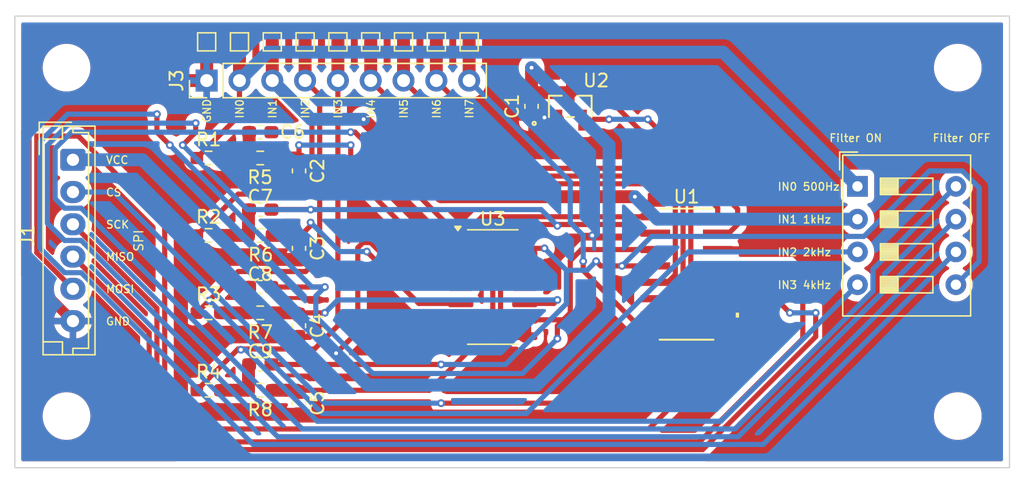
<source format=kicad_pcb>
(kicad_pcb (version 20240108) (generator "pcbnew") (generator_version "8.0")
  (layers (0 "F.Cu" signal) (31 "B.Cu" signal) (34 "B.Paste" user) (35 "F.Paste" user) (36 "B.SilkS" user "B.Silkscreen") (37 "F.SilkS" user "F.Silkscreen") (38 "B.Mask" user) (39 "F.Mask" user) (44 "Edge.Cuts" user))
  (net 0 "")
  (net 1 "GND")
  (net 2 "Net-(U1-Vdd)")
  (net 3 "Net-(U3A-+)")
  (net 4 "Net-(U3B-+)")
  (net 5 "Net-(U3C-+)")
  (net 6 "Net-(U3D-+)")
  (net 7 "Net-(C6-Pad1)")
  (net 8 "Net-(U1-CH0)")
  (net 9 "Net-(C7-Pad1)")
  (net 10 "Net-(U1-CH1)")
  (net 11 "Net-(U1-CH2)")
  (net 12 "Net-(C8-Pad1)")
  (net 13 "Net-(C9-Pad1)")
  (net 14 "Net-(U1-CH3)")
  (net 15 "Net-(U1-Din)")
  (net 16 "Net-(U1-CLK)")
  (net 17 "Net-(U1-Dout)")
  (net 18 "Net-(U1-~{CS}{slash}SHDN)")
  (net 19 "Net-(J3-Pin_3)")
  (net 20 "Net-(J3-Pin_7)")
  (net 21 "Net-(J3-Pin_8)")
  (net 22 "Net-(J3-Pin_4)")
  (net 23 "Net-(J3-Pin_2)")
  (net 24 "Net-(J3-Pin_5)")
  (net 25 "Net-(J3-Pin_9)")
  (net 26 "Net-(J3-Pin_6)")
  (net 27 "Net-(U1-Vref)")
  (footprint "Capacitor_SMD:C_0603_1608Metric_Pad1.08x0.95mm_HandSolder" (layer "F.Cu") (at 70 91 -90)
    (property "Reference" "C2" (at 0 -1.43 90) (layer "F.SilkS"))
    (property "Value" "10nF")
    (pad "1" smd roundrect (at -0.8625 0 270) (size 1.075 0.95) (layers "F.Cu" "F.Paste" "F.Mask") (net 3 "Net-(U3A-+)"))
    (pad "2" smd roundrect (at 0.8625 0 270) (size 1.075 0.95) (layers "F.Cu" "F.Paste" "F.Mask") (net 1 "GND"))
  )
  (footprint "TestPoint:TestPoint_Pad_1.0x1.0mm" (layer "F.Cu") (at 67.93 81)
    (property "Reference" "TP7" (hide yes))
    (property "Value" "TestPoint")
    (pad "1" smd rect (at 0 0) (size 1 1) (layers "F.Cu" "F.Mask") (net 19 "Net-(J3-Pin_3)"))
  )
  (footprint "TestPoint:TestPoint_Pad_1.0x1.0mm" (layer "F.Cu") (at 78.09 81)
    (property "Reference" "TP3" (hide yes))
    (property "Value" "TestPoint")
    (pad "1" smd rect (at 0 0) (size 1 1) (layers "F.Cu" "F.Mask") (net 20 "Net-(J3-Pin_7)"))
  )
  (footprint "Resistor_SMD:R_0603_1608Metric_Pad0.98x0.95mm_HandSolder" (layer "F.Cu") (at 63 90)
    (property "Reference" "R1" (at 0 -1.43 0) (layer "F.SilkS"))
    (property "Value" "33kR")
    (pad "1" smd roundrect (at -0.9125 0) (size 0.975 0.95) (layers "F.Cu" "F.Paste" "F.Mask") (net 23 "Net-(J3-Pin_2)"))
    (pad "2" smd roundrect (at 0.9125 0) (size 0.975 0.95) (layers "F.Cu" "F.Paste" "F.Mask") (net 7 "Net-(C6-Pad1)"))
  )
  (footprint "Package_SO:SOIC-14_3.9x8.7mm_P1.27mm" (layer "F.Cu") (at 85 100)
    (property "Reference" "U3" (at 0 -5.28 0) (layer "F.SilkS"))
    (property "Value" "LM324")
    (pad "1" smd roundrect (at -2.475 -3.81) (size 1.95 0.6) (layers "F.Cu" "F.Paste" "F.Mask") (net 8 "Net-(U1-CH0)"))
    (pad "2" smd roundrect (at -2.475 -2.54) (size 1.95 0.6) (layers "F.Cu" "F.Paste" "F.Mask") (net 8 "Net-(U1-CH0)"))
    (pad "3" smd roundrect (at -2.475 -1.27) (size 1.95 0.6) (layers "F.Cu" "F.Paste" "F.Mask") (net 3 "Net-(U3A-+)"))
    (pad "4" smd roundrect (at -2.475 0) (size 1.95 0.6) (layers "F.Cu" "F.Paste" "F.Mask") (net 2 "Net-(U1-Vdd)"))
    (pad "5" smd roundrect (at -2.475 1.27) (size 1.95 0.6) (layers "F.Cu" "F.Paste" "F.Mask") (net 4 "Net-(U3B-+)"))
    (pad "6" smd roundrect (at -2.475 2.54) (size 1.95 0.6) (layers "F.Cu" "F.Paste" "F.Mask") (net 10 "Net-(U1-CH1)"))
    (pad "7" smd roundrect (at -2.475 3.81) (size 1.95 0.6) (layers "F.Cu" "F.Paste" "F.Mask") (net 10 "Net-(U1-CH1)"))
    (pad "8" smd roundrect (at 2.475 3.81) (size 1.95 0.6) (layers "F.Cu" "F.Paste" "F.Mask") (net 11 "Net-(U1-CH2)"))
    (pad "9" smd roundrect (at 2.475 2.54) (size 1.95 0.6) (layers "F.Cu" "F.Paste" "F.Mask") (net 11 "Net-(U1-CH2)"))
    (pad "10" smd roundrect (at 2.475 1.27) (size 1.95 0.6) (layers "F.Cu" "F.Paste" "F.Mask") (net 5 "Net-(U3C-+)"))
    (pad "11" smd roundrect (at 2.475 0) (size 1.95 0.6) (layers "F.Cu" "F.Paste" "F.Mask") (net 1 "GND"))
    (pad "12" smd roundrect (at 2.475 -1.27) (size 1.95 0.6) (layers "F.Cu" "F.Paste" "F.Mask") (net 6 "Net-(U3D-+)"))
    (pad "13" smd roundrect (at 2.475 -2.54) (size 1.95 0.6) (layers "F.Cu" "F.Paste" "F.Mask") (net 14 "Net-(U1-CH3)"))
    (pad "14" smd roundrect (at 2.475 -3.81) (size 1.95 0.6) (layers "F.Cu" "F.Paste" "F.Mask") (net 14 "Net-(U1-CH3)"))
  )
  (footprint "Capacitor_SMD:C_0603_1608Metric_Pad1.08x0.95mm_HandSolder" (layer "F.Cu") (at 88 86 -90)
    (property "Reference" "C1" (at 0 1.5 90) (layer "F.SilkS"))
    (property "Value" "0.1µF")
    (pad "1" smd roundrect (at -0.8625 0 270) (size 1.075 0.95) (layers "F.Cu" "F.Paste" "F.Mask") (net 2 "Net-(U1-Vdd)"))
    (pad "2" smd roundrect (at 0.8625 0 270) (size 1.075 0.95) (layers "F.Cu" "F.Paste" "F.Mask") (net 1 "GND"))
  )
  (footprint "Capacitor_SMD:C_0603_1608Metric_Pad1.08x0.95mm_HandSolder" (layer "F.Cu") (at 67 100)
    (property "Reference" "C8" (at 0 -1 0) (layer "F.SilkS"))
    (property "Value" "10nF")
    (pad "1" smd roundrect (at -0.8625 0) (size 1.075 0.95) (layers "F.Cu" "F.Paste" "F.Mask") (net 12 "Net-(C8-Pad1)"))
    (pad "2" smd roundrect (at 0.8625 0) (size 1.075 0.95) (layers "F.Cu" "F.Paste" "F.Mask") (net 11 "Net-(U1-CH2)"))
  )
  (footprint "Resistor_SMD:R_0603_1608Metric_Pad0.98x0.95mm_HandSolder" (layer "F.Cu") (at 67 108)
    (property "Reference" "R8" (at 0 1.5 0) (layer "F.SilkS"))
    (property "Value" "3.9kR")
    (pad "1" smd roundrect (at -0.9125 0) (size 0.975 0.95) (layers "F.Cu" "F.Paste" "F.Mask") (net 13 "Net-(C9-Pad1)"))
    (pad "2" smd roundrect (at 0.9125 0) (size 0.975 0.95) (layers "F.Cu" "F.Paste" "F.Mask") (net 6 "Net-(U3D-+)"))
  )
  (footprint "Capacitor_SMD:C_0603_1608Metric_Pad1.08x0.95mm_HandSolder" (layer "F.Cu") (at 67 94)
    (property "Reference" "C7" (at 0 -1 0) (layer "F.SilkS"))
    (property "Value" "10nF")
    (pad "1" smd roundrect (at -0.8625 0) (size 1.075 0.95) (layers "F.Cu" "F.Paste" "F.Mask") (net 9 "Net-(C7-Pad1)"))
    (pad "2" smd roundrect (at 0.8625 0) (size 1.075 0.95) (layers "F.Cu" "F.Paste" "F.Mask") (net 10 "Net-(U1-CH1)"))
  )
  (footprint "Button_Switch_THT:SW_DIP_SPSTx04_Slide_9.78x12.34mm_W7.62mm_P2.54mm" (layer "F.Cu") (at 113.2325 92.2)
    (property "Reference" "SW1" (hide yes))
    (property "Value" "SW_DIP_x04")
    (pad "1" thru_hole rect (at 0 0) (size 1.6 1.6) (drill 0.8) (layers "*.Cu" "*.Mask") (net 23 "Net-(J3-Pin_2)"))
    (pad "2" thru_hole oval (at 0 2.54) (size 1.6 1.6) (drill 0.8) (layers "*.Cu" "*.Mask") (net 19 "Net-(J3-Pin_3)"))
    (pad "3" thru_hole oval (at 0 5.08) (size 1.6 1.6) (drill 0.8) (layers "*.Cu" "*.Mask") (net 22 "Net-(J3-Pin_4)"))
    (pad "4" thru_hole oval (at 0 7.62) (size 1.6 1.6) (drill 0.8) (layers "*.Cu" "*.Mask") (net 24 "Net-(J3-Pin_5)"))
    (pad "5" thru_hole oval (at 7.62 7.62) (size 1.6 1.6) (drill 0.8) (layers "*.Cu" "*.Mask") (net 14 "Net-(U1-CH3)"))
    (pad "6" thru_hole oval (at 7.62 5.08) (size 1.6 1.6) (drill 0.8) (layers "*.Cu" "*.Mask") (net 11 "Net-(U1-CH2)"))
    (pad "7" thru_hole oval (at 7.62 2.54) (size 1.6 1.6) (drill 0.8) (layers "*.Cu" "*.Mask") (net 10 "Net-(U1-CH1)"))
    (pad "8" thru_hole oval (at 7.62 0) (size 1.6 1.6) (drill 0.8) (layers "*.Cu" "*.Mask") (net 8 "Net-(U1-CH0)"))
  )
  (footprint "Resistor_SMD:R_0603_1608Metric_Pad0.98x0.95mm_HandSolder" (layer "F.Cu") (at 67 90)
    (property "Reference" "R5" (at -0.020998 1.5 0) (layer "F.SilkS"))
    (property "Value" "33kR")
    (pad "1" smd roundrect (at -0.9125 0) (size 0.975 0.95) (layers "F.Cu" "F.Paste" "F.Mask") (net 7 "Net-(C6-Pad1)"))
    (pad "2" smd roundrect (at 0.9125 0) (size 0.975 0.95) (layers "F.Cu" "F.Paste" "F.Mask") (net 3 "Net-(U3A-+)"))
  )
  (footprint "TestPoint:TestPoint_Pad_1.0x1.0mm" (layer "F.Cu") (at 65.39 81)
    (property "Reference" "TP8" (hide yes))
    (property "Value" "TestPoint")
    (pad "1" smd rect (at 0 0) (size 1 1) (layers "F.Cu" "F.Mask") (net 23 "Net-(J3-Pin_2)"))
  )
  (footprint "MountingHole:MountingHole_3.2mm_M3" (layer "F.Cu") (at 52 110)
    (property "Reference" "H2" (hide yes))
    (property "Value" "MountingHole")
    (pad "" np_thru_hole circle (at 0 0) (size 3.2 3.2) (drill 3.2) (layers "*.Cu" "*.Mask"))
  )
  (footprint "MountingHole:MountingHole_3.2mm_M3" (layer "F.Cu") (at 121 110)
    (property "Reference" "H3" (hide yes))
    (property "Value" "MountingHole")
    (pad "" np_thru_hole circle (at 0 0) (size 3.2 3.2) (drill 3.2) (layers "*.Cu" "*.Mask"))
  )
  (footprint "Resistor_SMD:R_0603_1608Metric_Pad0.98x0.95mm_HandSolder" (layer "F.Cu") (at 67 102)
    (property "Reference" "R7" (at 0 1.5 0) (layer "F.SilkS"))
    (property "Value" "8.2kR")
    (pad "1" smd roundrect (at -0.9125 0) (size 0.975 0.95) (layers "F.Cu" "F.Paste" "F.Mask") (net 12 "Net-(C8-Pad1)"))
    (pad "2" smd roundrect (at 0.9125 0) (size 0.975 0.95) (layers "F.Cu" "F.Paste" "F.Mask") (net 5 "Net-(U3C-+)"))
  )
  (footprint "MountingHole:MountingHole_3.2mm_M3" (layer "F.Cu") (at 52 83)
    (property "Reference" "H1" (hide yes))
    (property "Value" "MountingHole")
    (pad "" np_thru_hole circle (at 0 0) (size 3.2 3.2) (drill 3.2) (layers "*.Cu" "*.Mask"))
  )
  (footprint "Resistor_SMD:R_0603_1608Metric_Pad0.98x0.95mm_HandSolder" (layer "F.Cu") (at 63 108)
    (property "Reference" "R4" (at 0 -1.43 0) (layer "F.SilkS"))
    (property "Value" "3.9kR")
    (pad "1" smd roundrect (at -0.9125 0) (size 0.975 0.95) (layers "F.Cu" "F.Paste" "F.Mask") (net 24 "Net-(J3-Pin_5)"))
    (pad "2" smd roundrect (at 0.9125 0) (size 0.975 0.95) (layers "F.Cu" "F.Paste" "F.Mask") (net 13 "Net-(C9-Pad1)"))
  )
  (footprint "Capacitor_SMD:C_0603_1608Metric_Pad1.08x0.95mm_HandSolder" (layer "F.Cu") (at 70 103 -90)
    (property "Reference" "C4" (at 0 -1.43 90) (layer "F.SilkS"))
    (property "Value" "10nF")
    (pad "1" smd roundrect (at -0.8625 0 270) (size 1.075 0.95) (layers "F.Cu" "F.Paste" "F.Mask") (net 5 "Net-(U3C-+)"))
    (pad "2" smd roundrect (at 0.8625 0 270) (size 1.075 0.95) (layers "F.Cu" "F.Paste" "F.Mask") (net 1 "GND"))
  )
  (footprint "TestPoint:TestPoint_Pad_1.0x1.0mm" (layer "F.Cu") (at 62.85 81)
    (property "Reference" "TP9" (hide yes))
    (property "Value" "TestPoint")
    (pad "1" smd rect (at 0 0) (size 1 1) (layers "F.Cu" "F.Mask") (net 1 "GND"))
  )
  (footprint "TestPoint:TestPoint_Pad_1.0x1.0mm" (layer "F.Cu") (at 75.55 81)
    (property "Reference" "TP4" (hide yes))
    (property "Value" "TestPoint")
    (pad "1" smd rect (at 0 0) (size 1 1) (layers "F.Cu" "F.Mask") (net 26 "Net-(J3-Pin_6)"))
  )
  (footprint "TestPoint:TestPoint_Pad_1.0x1.0mm" (layer "F.Cu") (at 73.01 81)
    (property "Reference" "TP5" (hide yes))
    (property "Value" "TestPoint")
    (pad "1" smd rect (at 0 0) (size 1 1) (layers "F.Cu" "F.Mask") (net 24 "Net-(J3-Pin_5)"))
  )
  (footprint "TestPoint:TestPoint_Pad_1.0x1.0mm" (layer "F.Cu") (at 80.63 81)
    (property "Reference" "TP2" (hide yes))
    (property "Value" "TestPoint")
    (pad "1" smd rect (at 0 0) (size 1 1) (layers "F.Cu" "F.Mask") (net 21 "Net-(J3-Pin_8)"))
  )
  (footprint "Connector_JST:JST_EH_B6B-EH-A_1x06_P2.50mm_Vertical" (layer "F.Cu") (at 52.496716 90.138672 -90)
    (property "Reference" "J1" (at 5.861328 3.496716 90) (layer "F.SilkS"))
    (property "Value" "B6B-EH-A")
    (pad "1" thru_hole roundrect (at 0 0 270) (size 1.7 1.95) (drill 0.95) (layers "*.Cu" "*.Mask") (roundrect_rratio 0.147059) (net 2 "Net-(U1-Vdd)"))
    (pad "2" thru_hole oval (at 2.5 0 270) (size 1.7 1.95) (drill 0.95) (layers "*.Cu" "*.Mask") (net 18 "Net-(U1-~{CS}{slash}SHDN)"))
    (pad "3" thru_hole oval (at 5 0 270) (size 1.7 1.95) (drill 0.95) (layers "*.Cu" "*.Mask") (net 16 "Net-(U1-CLK)"))
    (pad "4" thru_hole oval (at 7.5 0 270) (size 1.7 1.95) (drill 0.95) (layers "*.Cu" "*.Mask") (net 17 "Net-(U1-Dout)"))
    (pad "5" thru_hole oval (at 10 0 270) (size 1.7 1.95) (drill 0.95) (layers "*.Cu" "*.Mask") (net 15 "Net-(U1-Din)"))
    (pad "6" thru_hole oval (at 12.5 0 270) (size 1.7 1.95) (drill 0.95) (layers "*.Cu" "*.Mask") (net 1 "GND"))
  )
  (footprint "TestPoint:TestPoint_Pad_1.0x1.0mm" (layer "F.Cu") (at 70.47 81)
    (property "Reference" "TP6" (hide yes))
    (property "Value" "TestPoint")
    (pad "1" smd rect (at 0 0) (size 1 1) (layers "F.Cu" "F.Mask") (net 22 "Net-(J3-Pin_4)"))
  )
  (footprint "Resistor_SMD:R_0603_1608Metric_Pad0.98x0.95mm_HandSolder" (layer "F.Cu") (at 63 96)
    (property "Reference" "R2" (at 0 -1.43 0) (layer "F.SilkS"))
    (property "Value" "16kR")
    (pad "1" smd roundrect (at -0.9125 0) (size 0.975 0.95) (layers "F.Cu" "F.Paste" "F.Mask") (net 19 "Net-(J3-Pin_3)"))
    (pad "2" smd roundrect (at 0.9125 0) (size 0.975 0.95) (layers "F.Cu" "F.Paste" "F.Mask") (net 9 "Net-(C7-Pad1)"))
  )
  (footprint "TestPoint:TestPoint_Pad_1.0x1.0mm" (layer "F.Cu") (at 83.17 81)
    (property "Reference" "TP1" (hide yes))
    (property "Value" "TestPoint")
    (pad "1" smd rect (at 0 0) (size 1 1) (layers "F.Cu" "F.Mask") (net 25 "Net-(J3-Pin_9)"))
  )
  (footprint "MountingHole:MountingHole_3.2mm_M3" (layer "F.Cu") (at 121 83)
    (property "Reference" "H4" (hide yes))
    (property "Value" "MountingHole")
    (pad "" np_thru_hole circle (at 0 0) (size 3.2 3.2) (drill 3.2) (layers "*.Cu" "*.Mask"))
  )
  (footprint "Capacitor_SMD:C_0603_1608Metric_Pad1.08x0.95mm_HandSolder" (layer "F.Cu") (at 67 88)
    (property "Reference" "C6" (at 2.5 0 0) (layer "F.SilkS"))
    (property "Value" "10nF")
    (pad "1" smd roundrect (at -0.8625 0) (size 1.075 0.95) (layers "F.Cu" "F.Paste" "F.Mask") (net 7 "Net-(C6-Pad1)"))
    (pad "2" smd roundrect (at 0.8625 0) (size 1.075 0.95) (layers "F.Cu" "F.Paste" "F.Mask") (net 8 "Net-(U1-CH0)"))
  )
  (footprint "Capacitor_SMD:C_0603_1608Metric_Pad1.08x0.95mm_HandSolder" (layer "F.Cu") (at 70 109 -90)
    (property "Reference" "C5" (at 0 -1.43 90) (layer "F.SilkS"))
    (property "Value" "10nF")
    (pad "1" smd roundrect (at -0.8625 0 270) (size 1.075 0.95) (layers "F.Cu" "F.Paste" "F.Mask") (net 6 "Net-(U3D-+)"))
    (pad "2" smd roundrect (at 0.8625 0 270) (size 1.075 0.95) (layers "F.Cu" "F.Paste" "F.Mask") (net 1 "GND"))
  )
  (footprint "Capacitor_SMD:C_0603_1608Metric_Pad1.08x0.95mm_HandSolder" (layer "F.Cu") (at 67 106)
    (property "Reference" "C9" (at 0 -1 0) (layer "F.SilkS"))
    (property "Value" "10nF")
    (pad "1" smd roundrect (at -0.8625 0) (size 1.075 0.95) (layers "F.Cu" "F.Paste" "F.Mask") (net 13 "Net-(C9-Pad1)"))
    (pad "2" smd roundrect (at 0.8625 0) (size 1.075 0.95) (layers "F.Cu" "F.Paste" "F.Mask") (net 14 "Net-(U1-CH3)"))
  )
  (footprint "Resistor_SMD:R_0603_1608Metric_Pad0.98x0.95mm_HandSolder" (layer "F.Cu") (at 67 96)
    (property "Reference" "R6" (at 0.033391 1.5 0) (layer "F.SilkS"))
    (property "Value" "16kR")
    (pad "1" smd roundrect (at -0.9125 0) (size 0.975 0.95) (layers "F.Cu" "F.Paste" "F.Mask") (net 9 "Net-(C7-Pad1)"))
    (pad "2" smd roundrect (at 0.9125 0) (size 0.975 0.95) (layers "F.Cu" "F.Paste" "F.Mask") (net 4 "Net-(U3B-+)"))
  )
  (footprint "flo-Library:SOIC16-N_MC_MCH-M" (layer "F.Cu") (at 100 99)
    (property "Reference" "U1" (at 0 -6 0) (layer "F.SilkS"))
    (property "Value" "MCP3208")
    (pad "1" smd rect (at -2.413 -4.445) (size 2.286 0.5588) (layers "F.Cu" "F.Paste" "F.Mask") (net 8 "Net-(U1-CH0)"))
    (pad "2" smd rect (at -2.413 -3.175) (size 2.286 0.5588) (layers "F.Cu" "F.Paste" "F.Mask") (net 10 "Net-(U1-CH1)"))
    (pad "3" smd rect (at -2.413 -1.905) (size 2.286 0.5588) (layers "F.Cu" "F.Paste" "F.Mask") (net 11 "Net-(U1-CH2)"))
    (pad "4" smd rect (at -2.413 -0.635) (size 2.286 0.5588) (layers "F.Cu" "F.Paste" "F.Mask") (net 14 "Net-(U1-CH3)"))
    (pad "5" smd rect (at -2.413 0.635) (size 2.286 0.5588) (layers "F.Cu" "F.Paste" "F.Mask") (net 26 "Net-(J3-Pin_6)"))
    (pad "6" smd rect (at -2.413 1.905) (size 2.286 0.5588) (layers "F.Cu" "F.Paste" "F.Mask") (net 20 "Net-(J3-Pin_7)"))
    (pad "7" smd rect (at -2.413 3.175) (size 2.286 0.5588) (layers "F.Cu" "F.Paste" "F.Mask") (net 21 "Net-(J3-Pin_8)"))
    (pad "8" smd rect (at -2.413 4.445) (size 2.286 0.5588) (layers "F.Cu" "F.Paste" "F.Mask") (net 25 "Net-(J3-Pin_9)"))
    (pad "9" smd rect (at 2.413 4.445) (size 2.286 0.5588) (layers "F.Cu" "F.Paste" "F.Mask") (net 1 "GND"))
    (pad "10" smd rect (at 2.413 3.175) (size 2.286 0.5588) (layers "F.Cu" "F.Paste" "F.Mask") (net 18 "Net-(U1-~{CS}{slash}SHDN)"))
    (pad "11" smd rect (at 2.413 1.905) (size 2.286 0.5588) (layers "F.Cu" "F.Paste" "F.Mask") (net 15 "Net-(U1-Din)"))
    (pad "12" smd rect (at 2.413 0.635) (size 2.286 0.5588) (layers "F.Cu" "F.Paste" "F.Mask") (net 17 "Net-(U1-Dout)"))
    (pad "13" smd rect (at 2.413 -0.635) (size 2.286 0.5588) (layers "F.Cu" "F.Paste" "F.Mask") (net 16 "Net-(U1-CLK)"))
    (pad "14" smd rect (at 2.413 -1.905) (size 2.286 0.5588) (layers "F.Cu" "F.Paste" "F.Mask") (net 1 "GND"))
    (pad "15" smd rect (at 2.413 -3.175) (size 2.286 0.5588) (layers "F.Cu" "F.Paste" "F.Mask") (net 27 "Net-(U1-Vref)"))
    (pad "16" smd rect (at 2.413 -4.445) (size 2.286 0.5588) (layers "F.Cu" "F.Paste" "F.Mask") (net 2 "Net-(U1-Vdd)"))
  )
  (footprint "Connector_PinHeader_2.54mm:PinHeader_1x09_P2.54mm_Vertical" (layer "F.Cu") (at 62.85 84 90)
    (property "Reference" "J3" (at 0 -2.33 90) (layer "F.SilkS"))
    (property "Value" "Conn_01x09_Pin")
    (pad "1" thru_hole rect (at 0 0 90) (size 1.7 1.7) (drill 1) (layers "*.Cu" "*.Mask") (net 1 "GND"))
    (pad "2" thru_hole oval (at 0 2.54 90) (size 1.7 1.7) (drill 1) (layers "*.Cu" "*.Mask") (net 23 "Net-(J3-Pin_2)"))
    (pad "3" thru_hole oval (at 0 5.08 90) (size 1.7 1.7) (drill 1) (layers "*.Cu" "*.Mask") (net 19 "Net-(J3-Pin_3)"))
    (pad "4" thru_hole oval (at 0 7.62 90) (size 1.7 1.7) (drill 1) (layers "*.Cu" "*.Mask") (net 22 "Net-(J3-Pin_4)"))
    (pad "5" thru_hole oval (at 0 10.16 90) (size 1.7 1.7) (drill 1) (layers "*.Cu" "*.Mask") (net 24 "Net-(J3-Pin_5)"))
    (pad "6" thru_hole oval (at 0 12.7 90) (size 1.7 1.7) (drill 1) (layers "*.Cu" "*.Mask") (net 26 "Net-(J3-Pin_6)"))
    (pad "7" thru_hole oval (at 0 15.24 90) (size 1.7 1.7) (drill 1) (layers "*.Cu" "*.Mask") (net 20 "Net-(J3-Pin_7)"))
    (pad "8" thru_hole oval (at 0 17.78 90) (size 1.7 1.7) (drill 1) (layers "*.Cu" "*.Mask") (net 21 "Net-(J3-Pin_8)"))
    (pad "9" thru_hole oval (at 0 20.32 90) (size 1.7 1.7) (drill 1) (layers "*.Cu" "*.Mask") (net 25 "Net-(J3-Pin_9)"))
  )
  (footprint "flo-Library:SOT-23_MC_MCH-M" (layer "F.Cu") (at 91 86)
    (property "Reference" "U2" (at 2 -2 0) (layer "F.SilkS"))
    (property "Value" "MCP1541T-I/TT")
    (pad "1" smd rect (at -0.950001 1.066) (size 0.6604 1.6256) (layers "F.Cu" "F.Paste" "F.Mask") (net 1 "GND"))
    (pad "2" smd rect (at 0.950001 1.066) (size 0.6604 1.6256) (layers "F.Cu" "F.Paste" "F.Mask") (net 27 "Net-(U1-Vref)"))
    (pad "3" smd rect (at 0 -1.066) (size 0.6604 1.6256) (layers "F.Cu" "F.Paste" "F.Mask") (net 2 "Net-(U1-Vdd)"))
  )
  (footprint "Capacitor_SMD:C_0603_1608Metric_Pad1.08x0.95mm_HandSolder" (layer "F.Cu") (at 70 97 -90)
    (property "Reference" "C3" (at 0 -1.43 90) (layer "F.SilkS"))
    (property "Value" "10nF")
    (pad "1" smd roundrect (at -0.8625 0 270) (size 1.075 0.95) (layers "F.Cu" "F.Paste" "F.Mask") (net 4 "Net-(U3B-+)"))
    (pad "2" smd roundrect (at 0.8625 0 270) (size 1.075 0.95) (layers "F.Cu" "F.Paste" "F.Mask") (net 1 "GND"))
  )
  (footprint "Resistor_SMD:R_0603_1608Metric_Pad0.98x0.95mm_HandSolder" (layer "F.Cu") (at 63 102)
    (property "Reference" "R3" (at 0 -1.43 0) (layer "F.SilkS"))
    (property "Value" "8.2kR")
    (pad "1" smd roundrect (at -0.9125 0) (size 0.975 0.95) (layers "F.Cu" "F.Paste" "F.Mask") (net 22 "Net-(J3-Pin_4)"))
    (pad "2" smd roundrect (at 0.9125 0) (size 0.975 0.95) (layers "F.Cu" "F.Paste" "F.Mask") (net 12 "Net-(C8-Pad1)"))
  )
  (gr_rect (start 48 79) (end 125 114) (stroke (width 0.1)) (fill none) (layer "Edge.Cuts"))
  (gr_text "IN6" (at 81.0035 87 90) (layer "F.SilkS") (effects (font (size 0.6 0.6) (thickness 0.1) (bold yes)) (justify left bottom)))
  (gr_text "SPI" (at 58 97.318672 90) (layer "F.SilkS") (effects (font (size 0.7 0.7) (thickness 0.1) (bold yes)) (justify left bottom)))
  (gr_text "MOSI" (at 55 100.512172 0) (layer "F.SilkS") (effects (font (size 0.6 0.6) (thickness 0.1) (bold yes)) (justify left bottom)))
  (gr_text "Filter OFF" (at 119 88.8065 0) (layer "F.SilkS") (effects (font (size 0.6 0.6) (thickness 0.1) (bold yes)) (justify left bottom)))
  (gr_text "IN3 4kHz" (at 107 100.1935 0) (layer "F.SilkS") (effects (font (size 0.6 0.6) (thickness 0.1) (bold yes)) (justify left bottom)))
  (gr_text "IN4" (at 75.9235 87 90) (layer "F.SilkS") (effects (font (size 0.6 0.6) (thickness 0.1) (bold yes)) (justify left bottom)))
  (gr_text "IN2" (at 70.8435 87 90) (layer "F.SilkS") (effects (font (size 0.6 0.6) (thickness 0.1) (bold yes)) (justify left bottom)))
  (gr_text "Filter ON" (at 111 88.8065 0) (layer "F.SilkS") (effects (font (size 0.6 0.6) (thickness 0.1) (bold yes)) (justify left bottom)))
  (gr_text "GND" (at 55 103.012172 0) (layer "F.SilkS") (effects (font (size 0.6 0.6) (thickness 0.1) (bold yes)) (justify left bottom)))
  (gr_text "IN5" (at 78.4635 87 90) (layer "F.SilkS") (effects (font (size 0.6 0.6) (thickness 0.1) (bold yes)) (justify left bottom)))
  (gr_text "SCK" (at 55 95.512172 0) (layer "F.SilkS") (effects (font (size 0.6 0.6) (thickness 0.1) (bold yes)) (justify left bottom)))
  (gr_text "IN3" (at 73.3835 87 90) (layer "F.SilkS") (effects (font (size 0.6 0.6) (thickness 0.1) (bold yes)) (justify left bottom)))
  (gr_text "IN0 500Hz" (at 107 92.5735 0) (layer "F.SilkS") (effects (font (size 0.6 0.6) (thickness 0.1) (bold yes)) (justify left bottom)))
  (gr_text "GND" (at 63.2235 87.322415 90) (layer "F.SilkS") (effects (font (size 0.6 0.6) (thickness 0.1) (bold yes)) (justify left bottom)))
  (gr_text "VCC" (at 55 90.512172 0) (layer "F.SilkS") (effects (font (size 0.6 0.6) (thickness 0.1) (bold yes)) (justify left bottom)))
  (gr_text "IN1 1kHz" (at 107 95.1135 0) (layer "F.SilkS") (effects (font (size 0.6 0.6) (thickness 0.1) (bold yes)) (justify left bottom)))
  (gr_text "CS" (at 55 93.012172 0) (layer "F.SilkS") (effects (font (size 0.6 0.6) (thickness 0.1) (bold yes)) (justify left bottom)))
  (gr_text "MISO" (at 55 98.012172 0) (layer "F.SilkS") (effects (font (size 0.6 0.6) (thickness 0.1) (bold yes)) (justify left bottom)))
  (gr_text "IN0" (at 65.7635 87 90) (layer "F.SilkS") (effects (font (size 0.6 0.6) (thickness 0.1) (bold yes)) (justify left bottom)))
  (gr_text "IN1" (at 68.3035 87 90) (layer "F.SilkS") (effects (font (size 0.6 0.6) (thickness 0.1) (bold yes)) (justify left bottom)))
  (gr_text "IN7" (at 83.5435 87 90) (layer "F.SilkS") (effects (font (size 0.6 0.6) (thickness 0.1) (bold yes)) (justify left bottom)))
  (gr_text "IN2 2kHz" (at 107 97.6535 0) (layer "F.SilkS") (effects (font (size 0.6 0.6) (thickness 0.1) (bold yes)) (justify left bottom)))
  (segment (start 105.905 97.095) (end 106.5 96.5) (width 0.4) (layer "F.Cu") (net 1))
  (segment (start 70.1375 110) (end 95.858 110) (width 1) (layer "F.Cu") (net 1))
  (segment (start 60.9 93.1) (end 60.9 98) (width 1) (layer "F.Cu") (net 1))
  (segment (start 52.496716 105.496716) (end 52.496716 102.638672) (width 0.4) (layer "F.Cu") (net 1))
  (segment (start 60.9 104) (end 60.9 108.632406) (width 1) (layer "F.Cu") (net 1))
  (segment (start 62.130094 109.8625) (end 70 109.8625) (width 1) (layer "F.Cu") (net 1))
  (segment (start 87 82) (end 86 83) (width 0.4) (layer "F.Cu") (net 1))
  (segment (start 107 96) (end 107 94) (width 0.4) (layer "F.Cu") (net 1))
  (segment (start 56 87) (end 61.5 92.5) (width 0.8) (layer "F.Cu") (net 1))
  (segment (start 60.9 108.632406) (end 62.130094 109.8625) (width 1) (layer "F.Cu") (net 1))
  (segment (start 86 83) (end 86 86) (width 0.4) (layer "F.Cu") (net 1))
  (segment (start 88 86.8625) (end 89 86.8625) (width 1) (layer "F.Cu") (net 1))
  (segment (start 106.5 96.5) (end 107 96) (width 0.4) (layer "F.Cu") (net 1))
  (segment (start 70 97.8625) (end 61.0375 97.8625) (width 1) (layer "F.Cu") (net 1))
  (segment (start 86 86) (end 86.8625 86.8625) (width 0.4) (layer "F.Cu") (net 1))
  (segment (start 95.858 110) (end 102.413 103.445) (width 1) (layer "F.Cu") (net 1))
  (segment (start 95 82) (end 87 82) (width 0.4) (layer "F.Cu") (net 1))
  (segment (start 110.7 99.851472) (end 110.7 104.3) (width 0.4) (layer "F.Cu") (net 1))
  (segment (start 60.9 98) (end 60.9 104) (width 1) (layer "F.Cu") (net 1))
  (segment (start 87.475 100) (end 87.961974 100) (width 0.4) (layer "F.Cu") (net 1))
  (segment (start 102.413 97.095) (end 105.905 97.095) (width 0.4) (layer "F.Cu") (net 1))
  (segment (start 62.85 81) (end 62.85 84) (width 1) (layer "F.Cu") (net 1))
  (segment (start 59 84) (end 56 87) (width 1) (layer "F.Cu") (net 1))
  (segment (start 91.961974 96) (end 92.7 96) (width 0.4) (layer "F.Cu") (net 1))
  (segment (start 61.0375 97.8625) (end 60.9 98) (width 1) (layer "F.Cu") (net 1))
  (segment (start 70 109.8625) (end 70.1375 110) (width 1) (layer "F.Cu") (net 1))
  (segment (start 48.9 87.968629) (end 49.868629 87) (width 0.8) (layer "F.Cu") (net 1))
  (segment (start 110.7 104.3) (end 101.8 113.2) (width 0.4) (layer "F.Cu") (net 1))
  (segment (start 106.5 96.5) (end 107.348528 96.5) (width 0.4) (layer "F.Cu") (net 1))
  (segment (start 70 103.8625) (end 61.0375 103.8625) (width 1) (layer "F.Cu") (net 1))
  (segment (start 62.85 84) (end 59 84) (width 1) (layer "F.Cu") (net 1))
  (segment (start 60.2 113.2) (end 52.496716 105.496716) (width 0.4) (layer "F.Cu") (net 1))
  (segment (start 62.1375 91.8625) (end 61.5 92.5) (width 1) (layer "F.Cu") (net 1))
  (segment (start 101.8 113.2) (end 60.2 113.2) (width 0.4) (layer "F.Cu") (net 1))
  (segment (start 52.496716 102.638672) (end 48.9 99.041956) (width 0.8) (layer "F.Cu") (net 1))
  (segment (start 70 91.8625) (end 62.1375 91.8625) (width 1) (layer "F.Cu") (net 1))
  (segment (start 89 86.8625) (end 89.846499 86.8625) (width 1) (layer "F.Cu") (net 1))
  (segment (start 107 94) (end 95 82) (width 0.4) (layer "F.Cu") (net 1))
  (segment (start 48.9 99.041956) (end 48.9 87.968629) (width 0.8) (layer "F.Cu") (net 1))
  (segment (start 49.868629 87) (end 56 87) (width 0.8) (layer "F.Cu") (net 1))
  (segment (start 86.8625 86.8625) (end 88 86.8625) (width 0.4) (layer "F.Cu") (net 1))
  (segment (start 61.0375 103.8625) (end 60.9 104) (width 1) (layer "F.Cu") (net 1))
  (segment (start 89.846499 86.8625) (end 90.049999 87.066) (width 1) (layer "F.Cu") (net 1))
  (segment (start 107.348528 96.5) (end 110.7 99.851472) (width 0.4) (layer "F.Cu") (net 1))
  (segment (start 87.961974 100) (end 91.961974 96) (width 0.4) (layer "F.Cu") (net 1))
  (segment (start 61.5 92.5) (end 60.9 93.1) (width 1) (layer "F.Cu") (net 1))
  (via (at 89 86.8625) (size 0.6) (drill 0.3) (layers "F.Cu" "B.Cu") (net 1))
  (via (at 92.7 96) (size 0.6) (drill 0.3) (layers "F.Cu" "B.Cu") (net 1))
  (segment (start 93.1 90.9625) (end 89 86.8625) (width 0.4) (layer "B.Cu") (net 1))
  (segment (start 92.7 96) (end 93 96) (width 0.4) (layer "B.Cu") (net 1))
  (segment (start 93.1 95.9) (end 93.1 90.9625) (width 0.4) (layer "B.Cu") (net 1))
  (segment (start 93 96) (end 93.1 95.9) (width 0.4) (layer "B.Cu") (net 1))
  (segment (start 102.413 94.555) (end 102.413 93.867416) (width 0.4) (layer "F.Cu") (net 2))
  (segment (start 75.53995 96.55) (end 74.96005 96.55) (width 0.4) (layer "F.Cu") (net 2))
  (segment (start 102.413 93.867416) (end 93.479584 84.934) (width 0.4) (layer "F.Cu") (net 2))
  (segment (start 78.98995 100) (end 75.53995 96.55) (width 0.4) (layer "F.Cu") (net 2))
  (segment (start 88 85.1375) (end 88 83) (width 1) (layer "F.Cu") (net 2))
  (segment (start 91 84.934) (end 88.2035 84.934) (width 1) (layer "F.Cu") (net 2))
  (segment (start 88.2035 84.934) (end 88 85.1375) (width 1) (layer "F.Cu") (net 2))
  (segment (start 82.525 100) (end 78.98995 100) (width 0.4) (layer "F.Cu") (net 2))
  (segment (start 74.55 96.96005) (end 74.55 103.45) (width 0.4) (layer "F.Cu") (net 2))
  (segment (start 74.55 103.45) (end 72.868629 105.131371) (width 0.4) (layer "F.Cu") (net 2))
  (segment (start 93.479584 84.934) (end 91 84.934) (width 0.4) (layer "F.Cu") (net 2))
  (segment (start 74.96005 96.55) (end 74.55 96.96005) (width 0.4) (layer "F.Cu") (net 2))
  (via (at 88 83) (size 0.6) (drill 0.3) (layers "F.Cu" "B.Cu") (net 2))
  (via (at 72.868629 105.131371) (size 0.6) (drill 0.3) (layers "F.Cu" "B.Cu") (net 2))
  (segment (start 94 102) (end 88.4 107.6) (width 1) (layer "B.Cu") (net 2))
  (segment (start 94 89) (end 94 102) (width 1) (layer "B.Cu") (net 2))
  (segment (start 72.868629 105.131371) (end 57.87593 90.138672) (width 1) (layer "B.Cu") (net 2))
  (segment (start 75.337258 107.6) (end 72.868629 105.131371) (width 1) (layer "B.Cu") (net 2))
  (segment (start 57.87593 90.138672) (end 52.496716 90.138672) (width 1) (layer "B.Cu") (net 2))
  (segment (start 88.4 107.6) (end 75.337258 107.6) (width 1) (layer "B.Cu") (net 2))
  (segment (start 88 83) (end 94 89) (width 1) (layer "B.Cu") (net 2))
  (segment (start 70 89) (end 70 90.1375) (width 0.4) (layer "F.Cu") (net 3))
  (segment (start 82.525 98.73) (end 81.550001 98.73) (width 0.4) (layer "F.Cu") (net 3))
  (segment (start 67.9125 90) (end 69.8625 90) (width 1) (layer "F.Cu") (net 3))
  (segment (start 81.550001 98.73) (end 74 91.179999) (width 0.4) (layer "F.Cu") (net 3))
  (segment (start 74 91.179999) (end 74 89) (width 0.4) (layer "F.Cu") (net 3))
  (segment (start 69.8625 90) (end 70 90.1375) (width 1) (layer "F.Cu") (net 3))
  (via (at 74 89) (size 0.6) (drill 0.3) (layers "F.Cu" "B.Cu") (net 3))
  (via (at 70 89) (size 0.6) (drill 0.3) (layers "F.Cu" "B.Cu") (net 3))
  (segment (start 74 89) (end 70 89) (width 0.4) (layer "B.Cu") (net 3))
  (segment (start 67.9125 96) (end 69.8625 96) (width 1) (layer "F.Cu") (net 4))
  (segment (start 79.27 101.27) (end 82.525 101.27) (width 0.4) (layer "F.Cu") (net 4))
  (segment (start 70.9 95) (end 70.9 95.2375) (width 0.4) (layer "F.Cu") (net 4))
  (segment (start 69.8625 96) (end 70 96.1375) (width 1) (layer "F.Cu") (net 4))
  (segment (start 70.9 95.2375) (end 70 96.1375) (width 0.4) (layer "F.Cu") (net 4))
  (segment (start 75.25 97.25) (end 79.27 101.27) (width 0.4) (layer "F.Cu") (net 4))
  (via (at 75.25 97.25) (size 0.6) (drill 0.3) (layers "F.Cu" "B.Cu") (net 4))
  (via (at 70.9 95) (size 0.6) (drill 0.3) (layers "F.Cu" "B.Cu") (net 4))
  (segment (start 75.25 97.25) (end 73.15 97.25) (width 0.4) (layer "B.Cu") (net 4))
  (segment (start 73.15 97.25) (end 70.9 95) (width 0.4) (layer "B.Cu") (net 4))
  (segment (start 69.8625 102) (end 70 102.1375) (width 1) (layer "F.Cu") (net 5))
  (segment (start 67.9125 102) (end 69.8625 102) (width 1) (layer "F.Cu") (net 5))
  (segment (start 89.73 101.27) (end 90 101) (width 0.4) (layer "F.Cu") (net 5))
  (segment (start 87.475 101.27) (end 89.73 101.27) (width 0.4) (layer "F.Cu") (net 5))
  (segment (start 72 102) (end 70.1375 102) (width 0.4) (layer "F.Cu") (net 5))
  (segment (start 70.1375 102) (end 70 102.1375) (width 0.4) (layer "F.Cu") (net 5))
  (via (at 72 102) (size 0.6) (drill 0.3) (layers "F.Cu" "B.Cu") (net 5))
  (via (at 90 101) (size 0.6) (drill 0.3) (layers "F.Cu" "B.Cu") (net 5))
  (segment (start 90 101) (end 73 101) (width 0.4) (layer "B.Cu") (net 5))
  (segment (start 73 101) (end 72 102) (width 0.4) (layer "B.Cu") (net 5))
  (segment (start 87.475 98.73) (end 86.500001 98.73) (width 0.4) (layer "F.Cu") (net 6))
  (segment (start 69.8625 108) (end 70 108.1375) (width 1) (layer "F.Cu") (net 6))
  (segment (start 86.500001 98.73) (end 85.6 99.630001) (width 0.4) (layer "F.Cu") (net 6))
  (segment (start 67.9125 108) (end 69 108) (width 1) (layer "F.Cu") (net 6))
  (segment (start 85.6 102.491974) (end 80.091974 108) (width 0.4) (layer "F.Cu") (net 6))
  (segment (start 85.6 99.630001) (end 85.6 102.491974) (width 0.4) (layer "F.Cu") (net 6))
  (segment (start 80.091974 108) (end 69 108) (width 0.4) (layer "F.Cu") (net 6))
  (segment (start 69 108) (end 69.8625 108) (width 1) (layer "F.Cu") (net 6))
  (segment (start 63.9125 90) (end 66.0875 90) (width 1) (layer "F.Cu") (net 7))
  (segment (start 66.1375 88) (end 66.1375 89.95) (width 1) (layer "F.Cu") (net 7))
  (segment (start 66.1375 89.95) (end 66.0875 90) (width 1) (layer "F.Cu") (net 7))
  (segment (start 74.335 88) (end 74 88) (width 0.4) (layer "F.Cu") (net 8))
  (segment (start 82.525 96.19) (end 82.525 97.46) (width 1) (layer "F.Cu") (net 8))
  (segment (start 82.525 96.19) (end 84.16 94.555) (width 0.4) (layer "F.Cu") (net 8))
  (segment (start 84.16 94.555) (end 97.587 94.555) (width 0.4) (layer "F.Cu") (net 8))
  (segment (start 82.525 96.19) (end 74.335 88) (width 0.4) (layer "F.Cu") (net 8))
  (segment (start 70 88) (end 67.8625 88) (width 0.4) (layer "F.Cu") (net 8))
  (via (at 74 88) (size 0.6) (drill 0.3) (layers "F.Cu" "B.Cu") (net 8))
  (via (at 70 88) (size 0.6) (drill 0.3) (layers "F.Cu" "B.Cu") (net 8))
  (segment (start 51.121716 93.156439) (end 51.121716 89.262506) (width 0.4) (layer "B.Cu") (net 8))
  (segment (start 52.384222 88) (end 70 88) (width 0.4) (layer "B.Cu") (net 8))
  (segment (start 103.749557 111) (end 70.250811 111) (width 0.4) (layer "B.Cu") (net 8))
  (segment (start 114.4325 100.317057) (end 103.749557 111) (width 0.4) (layer "B.Cu") (net 8))
  (segment (start 51.853949 93.888672) (end 51.121716 93.156439) (width 0.4) (layer "B.Cu") (net 8))
  (segment (start 74 88) (end 70 88) (width 0.4) (layer "B.Cu") (net 8))
  (segment (start 120.8525 92.2) (end 114.4325 98.62) (width 0.4) (layer "B.Cu") (net 8))
  (segment (start 53.139483 93.888672) (end 51.853949 93.888672) (width 0.4) (layer "B.Cu") (net 8))
  (segment (start 114.4325 98.62) (end 114.4325 100.317057) (width 0.4) (layer "B.Cu") (net 8))
  (segment (start 51.121716 89.262506) (end 52.384222 88) (width 0.4) (layer "B.Cu") (net 8))
  (segment (start 70.250811 111) (end 53.139483 93.888672) (width 0.4) (layer "B.Cu") (net 8))
  (segment (start 66.0875 94.05) (end 66.1375 94) (width 1) (layer "F.Cu") (net 9))
  (segment (start 66.0875 96) (end 66.0875 94.05) (width 1) (layer "F.Cu") (net 9))
  (segment (start 63.9125 96) (end 66.0875 96) (width 1) (layer "F.Cu") (net 9))
  (segment (start 90 95.255) (end 90 95.155) (width 0.4) (layer "F.Cu") (net 10))
  (segment (start 85 96.908026) (end 85 102) (width 0.4) (layer "F.Cu") (net 10))
  (segment (start 82.525 103.81) (end 82.525 102.54) (width 1) (layer "F.Cu") (net 10))
  (segment (start 86.753026 95.155) (end 85 96.908026) (width 0.4) (layer "F.Cu") (net 10))
  (segment (start 83.065 102) (end 82.525 102.54) (width 0.4) (layer "F.Cu") (net 10))
  (segment (start 95.374 95.155) (end 90 95.155) (width 0.4) (layer "F.Cu") (net 10))
  (segment (start 85 102) (end 83.065 102) (width 0.4) (layer "F.Cu") (net 10))
  (segment (start 96.044 95.825) (end 95.374 95.155) (width 0.4) (layer "F.Cu") (net 10))
  (segment (start 90 95.155) (end 86.753026 95.155) (width 0.4) (layer "F.Cu") (net 10))
  (segment (start 67.8625 94) (end 70.9 94) (width 0.4) (layer "F.Cu") (net 10))
  (segment (start 62 88) (end 61 89) (width 0.4) (layer "F.Cu") (net 10))
  (segment (start 97.587 95.825) (end 96.044 95.825) (width 0.4) (layer "F.Cu") (net 10))
  (segment (start 62 87.3) (end 62 88) (width 0.4) (layer "F.Cu") (net 10))
  (via (at 90 95.255) (size 0.6) (drill 0.3) (layers "F.Cu" "B.Cu") (net 10))
  (via (at 61 89) (size 0.6) (drill 0.3) (layers "F.Cu" "B.Cu") (net 10))
  (via (at 62 87.3) (size 0.6) (drill 0.3) (layers "F.Cu" "B.Cu") (net 10))
  (via (at 70.9 94) (size 0.6) (drill 0.3) (layers "F.Cu" "B.Cu") (net 10))
  (segment (start 70.9 94) (end 88.745 94) (width 0.4) (layer "B.Cu") (net 10))
  (segment (start 50.521716 95.056439) (end 50.521716 89.013978) (width 0.4) (layer "B.Cu") (net 10))
  (segment (start 103.998085 111.6) (end 68.350811 111.6) (width 0.4) (layer "B.Cu") (net 10))
  (segment (start 66 94) (end 70.9 94) (width 0.4) (layer "B.Cu") (net 10))
  (segment (start 88.745 94) (end 90 95.255) (width 0.4) (layer "B.Cu") (net 10))
  (segment (start 120.8525 94.74) (end 120.8525 94.745585) (width 0.4) (layer "B.Cu") (net 10))
  (segment (start 61 89) (end 66 94) (width 0.4) (layer "B.Cu") (net 10))
  (segment (start 120.8525 94.745585) (end 103.998085 111.6) (width 0.4) (layer "B.Cu") (net 10))
  (segment (start 51.853949 96.388672) (end 50.521716 95.056439) (width 0.4) (layer "B.Cu") (net 10))
  (segment (start 50.521716 89.013978) (end 52.235694 87.3) (width 0.4) (layer "B.Cu") (net 10))
  (segment (start 52.235694 87.3) (end 62 87.3) (width 0.4) (layer "B.Cu") (net 10))
  (segment (start 53.139483 96.388672) (end 51.853949 96.388672) (width 0.4) (layer "B.Cu") (net 10))
  (segment (start 68.350811 111.6) (end 53.139483 96.388672) (width 0.4) (layer "B.Cu") (net 10))
  (segment (start 97.587 97.095) (end 91.863026 97.095) (width 0.4) (layer "F.Cu") (net 11))
  (segment (start 91 102) (end 90.46 102.54) (width 0.4) (layer "F.Cu") (net 11))
  (segment (start 91 97.958026) (end 91 102) (width 0.4) (layer "F.Cu") (net 11))
  (segment (start 67.8625 100) (end 72 100) (width 0.4) (layer "F.Cu") (net 11))
  (segment (start 91.863026 97.095) (end 91 97.958026) (width 0.4) (layer "F.Cu") (net 11))
  (segment (start 90 103) (end 90.46 102.54) (width 0.4) (layer "F.Cu") (net 11))
  (segment (start 59 86.6) (end 59 88) (width 0.4) (layer "F.Cu") (net 11))
  (segment (start 90 104) (end 90 103) (width 0.4) (layer "F.Cu") (net 11))
  (segment (start 90.46 102.54) (end 87.475 102.54) (width 0.4) (layer "F.Cu") (net 11))
  (segment (start 59 88) (end 60 89) (width 0.4) (layer "F.Cu") (net 11))
  (segment (start 87.475 103.81) (end 87.475 102.54) (width 1) (layer "F.Cu") (net 11))
  (via (at 59 86.6) (size 0.6) (drill 0.3) (layers "F.Cu" "B.Cu") (net 11))
  (via (at 60 89) (size 0.6) (drill 0.3) (layers "F.Cu" "B.Cu") (net 11))
  (via (at 72 100) (size 0.6) (drill 0.3) (layers "F.Cu" "B.Cu") (net 11))
  (via (at 90 104) (size 0.6) (drill 0.3) (layers "F.Cu" "B.Cu") (net 11))
  (segment (start 66.450811 112.2) (end 53.139483 98.888672) (width 0.4) (layer "B.Cu") (net 11))
  (segment (start 51.853949 98.888672) (end 49.921716 96.956439) (width 0.4) (layer "B.Cu") (net 11))
  (segment (start 75.71005 106.7) (end 87.3 106.7) (width 0.4) (layer "B.Cu") (net 11))
  (segment (start 53.139483 98.888672) (end 51.853949 98.888672) (width 0.4) (layer "B.Cu") (net 11))
  (segment (start 87.3 106.7) (end 90 104) (width 0.4) (layer "B.Cu") (net 11))
  (segment (start 71.3 102.28995) (end 75.71005 106.7) (width 0.4) (layer "B.Cu") (net 11))
  (segment (start 105.9325 112.2) (end 66.450811 112.2) (width 0.4) (layer "B.Cu") (net 11))
  (segment (start 49.921716 96.956439) (end 49.921716 88.76545) (width 0.4) (layer "B.Cu") (net 11))
  (segment (start 52.087166 86.6) (end 59 86.6) (width 0.4) (layer "B.Cu") (net 11))
  (segment (start 120.8525 97.28) (end 105.9325 112.2) (width 0.4) (layer "B.Cu") (net 11))
  (segment (start 71.3 100.7) (end 71.3 102.28995) (width 0.4) (layer "B.Cu") (net 11))
  (segment (start 60 89) (end 71 100) (width 0.4) (layer "B.Cu") (net 11))
  (segment (start 71 100) (end 72 100) (width 0.4) (layer "B.Cu") (net 11))
  (segment (start 72 100) (end 71.3 100.7) (width 0.4) (layer "B.Cu") (net 11))
  (segment (start 49.921716 88.76545) (end 52.087166 86.6) (width 0.4) (layer "B.Cu") (net 11))
  (segment (start 63.9125 102) (end 66.0875 102) (width 1) (layer "F.Cu") (net 12))
  (segment (start 66.0875 100.05) (end 66.1375 100) (width 1) (layer "F.Cu") (net 12))
  (segment (start 66.0875 102) (end 66.0875 100.05) (width 1) (layer "F.Cu") (net 12))
  (segment (start 66.0875 108) (end 66.0875 106.05) (width 1) (layer "F.Cu") (net 13))
  (segment (start 63.9125 108) (end 66.0875 108) (width 1) (layer "F.Cu") (net 13))
  (segment (start 66.0875 106.05) (end 66.1375 106) (width 1) (layer "F.Cu") (net 13))
  (segment (start 97.587 98.365) (end 95 98.365) (width 0.4) (layer "F.Cu") (net 14))
  (segment (start 95 98.365) (end 93.365 98.365) (width 0.4) (layer "F.Cu") (net 14))
  (segment (start 89 97) (end 87.935 97) (width 0.4) (layer "F.Cu") (net 14))
  (segment (start 93.365 98.365) (end 93 98) (width 0.4) (layer "F.Cu") (net 14))
  (segment (start 87.475 96.19) (end 87.475 97.46) (width 1) (layer "F.Cu") (net 14))
  (segment (start 87.935 97) (end 87.475 97.46) (width 0.4) (layer "F.Cu") (net 14))
  (segment (start 67.8625 106) (end 81 106) (width 0.4) (layer "F.Cu") (net 14))
  (via (at 95 98.365) (size 0.6) (drill 0.3) (layers "F.Cu" "B.Cu") (net 14))
  (via (at 93 98) (size 0.6) (drill 0.3) (layers "F.Cu" "B.Cu") (net 14))
  (via (at 81 106) (size 0.6) (drill 0.3) (layers "F.Cu" "B.Cu") (net 14))
  (via (at 89 97) (size 0.6) (drill 0.3) (layers "F.Cu" "B.Cu") (net 14))
  (segment (start 97.285 96.08) (end 95 98.365) (width 0.4) (layer "B.Cu") (net 14))
  (segment (start 85.98995 106) (end 81 106) (width 0.4) (layer "B.Cu") (net 14))
  (segment (start 113.729557 96.08) (end 97.285 96.08) (width 0.4) (layer "B.Cu") (net 14))
  (segment (start 118.809557 91) (end 113.729557 96.08) (width 0.4) (layer "B.Cu") (net 14))
  (segment (start 92.3 98.7) (end 93 98) (width 0.4) (layer "B.Cu") (net 14))
  (segment (start 121.349557 91) (end 118.809557 91) (width 0.4) (layer "B.Cu") (net 14))
  (segment (start 122.6525 92.302943) (end 121.349557 91) (width 0.4) (layer "B.Cu") (net 14))
  (segment (start 90.7 101.28995) (end 85.98995 106) (width 0.4) (layer "B.Cu") (net 14))
  (segment (start 120.8525 99.82) (end 122.6525 98.02) (width 0.4) (layer "B.Cu") (net 14))
  (segment (start 90.7 98.7) (end 90.7 101.28995) (width 0.4) (layer "B.Cu") (net 14))
  (segment (start 122.6525 98.02) (end 122.6525 92.302943) (width 0.4) (layer "B.Cu") (net 14))
  (segment (start 89 97) (end 90.7 98.7) (width 0.4) (layer "B.Cu") (net 14))
  (segment (start 90.7 98.7) (end 92.3 98.7) (width 0.4) (layer "B.Cu") (net 14))
  (segment (start 59.6 94.99079) (end 52.90921 88.3) (width 0.4) (layer "F.Cu") (net 15))
  (segment (start 97.0804 111) (end 60.848528 111) (width 0.4) (layer "F.Cu") (net 15))
  (segment (start 49.7 97.341956) (end 52.496716 100.138672) (width 0.4) (layer "F.Cu") (net 15))
  (segment (start 59.6 109.751472) (end 59.6 94.99079) (width 0.4) (layer "F.Cu") (net 15))
  (segment (start 103.2766 100.905) (end 104.575736 102.204136) (width 0.4) (layer "F.Cu") (net 15))
  (segment (start 104.575736 102.204136) (end 104.575736 103.504664) (width 0.4) (layer "F.Cu") (net 15))
  (segment (start 102.413 100.905) (end 103.2766 100.905) (width 0.4) (layer "F.Cu") (net 15))
  (segment (start 52.90921 88.3) (end 49.7 88.3) (width 0.4) (layer "F.Cu") (net 15))
  (segment (start 60.848528 111) (end 59.6 109.751472) (width 0.4) (layer "F.Cu") (net 15))
  (segment (start 104.575736 103.504664) (end 97.0804 111) (width 0.4) (layer "F.Cu") (net 15))
  (segment (start 49.7 88.3) (end 49.7 97.341956) (width 0.4) (layer "F.Cu") (net 15))
  (segment (start 61 112) (end 59 110) (width 0.4) (layer "F.Cu") (net 16))
  (segment (start 59 110) (end 59 101.641956) (width 0.4) (layer "F.Cu") (net 16))
  (segment (start 109 104) (end 101 112) (width 0.4) (layer "F.Cu") (net 16))
  (segment (start 101 112) (end 61 112) (width 0.4) (layer "F.Cu") (net 16))
  (segment (start 108.365 98.365) (end 109 99) (width 0.4) (layer "F.Cu") (net 16))
  (segment (start 59 101.641956) (end 52.496716 95.138672) (width 0.4) (layer "F.Cu") (net 16))
  (segment (start 109 99) (end 109 104) (width 0.4) (layer "F.Cu") (net 16))
  (segment (start 102.413 98.365) (end 108.365 98.365) (width 0.4) (layer "F.Cu") (net 16))
  (segment (start 60.751472 112.6) (end 101.248528 112.6) (width 0.4) (layer "F.Cu") (net 17))
  (segment (start 108 102) (end 105.635 99.635) (width 0.4) (layer "F.Cu") (net 17))
  (segment (start 58.4 110.248528) (end 60.751472 112.6) (width 0.4) (layer "F.Cu") (net 17))
  (segment (start 101.248528 112.6) (end 110 103.848528) (width 0.4) (layer "F.Cu") (net 17))
  (segment (start 105.635 99.635) (end 102.413 99.635) (width 0.4) (layer "F.Cu") (net 17))
  (segment (start 58.4 103.541956) (end 58.4 110.248528) (width 0.4) (layer "F.Cu") (net 17))
  (segment (start 110 103.848528) (end 110 102) (width 0.4) (layer "F.Cu") (net 17))
  (segment (start 52.496716 97.638672) (end 58.4 103.541956) (width 0.4) (layer "F.Cu") (net 17))
  (via (at 110 102) (size 0.6) (drill 0.3) (layers "F.Cu" "B.Cu") (net 17))
  (via (at 108 102) (size 0.6) (drill 0.3) (layers "F.Cu" "B.Cu") (net 17))
  (segment (start 110 102) (end 108 102) (width 0.4) (layer "B.Cu") (net 17))
  (segment (start 100.9494 102.175) (end 102.413 102.175) (width 0.4) (layer "F.Cu") (net 18))
  (segment (start 94.1244 109) (end 100.9494 102.175) (width 0.4) (layer "F.Cu") (net 18))
  (segment (start 81 109) (end 94.1244 109) (width 0.4) (layer "F.Cu") (net 18))
  (via (at 81 109) (size 0.6) (drill 0.3) (layers "F.Cu" "B.Cu") (net 18))
  (segment (start 72 109) (end 55.638672 92.638672) (width 0.4) (layer "B.Cu") (net 18))
  (segment (start 52.496716 92.638672) (end 55.638672 92.638672) (width 0.4) (layer "B.Cu") (net 18))
  (segment (start 81 109) (end 72 109) (width 0.4) (layer "B.Cu") (net 18))
  (segment (start 70.508142 92.8) (end 71 92.308142) (width 0.4) (layer "F.Cu") (net 19))
  (segment (start 71 87.07) (end 67.93 84) (width 0.4) (layer "F.Cu") (net 19))
  (segment (start 81 93) (end 75 87) (width 1) (layer "F.Cu") (net 19))
  (segment (start 65.2875 92.8) (end 70.508142 92.8) (width 0.4) (layer "F.Cu") (net 19))
  (segment (start 67.93 81) (end 67.93 84) (width 1) (layer "F.Cu") (net 19))
  (segment (start 96 93) (end 81 93) (width 1) (layer "F.Cu") (net 19))
  (segment (start 62.0875 96) (end 65.2875 92.8) (width 0.4) (layer "F.Cu") (net 19))
  (segment (start 71 92.308142) (end 71 87.07) (width 0.4) (layer "F.Cu") (net 19))
  (via (at 75 87) (size 0.6) (drill 0.3) (layers "F.Cu" "B.Cu") (net 19))
  (via (at 96 93) (size 0.6) (drill 0.3) (layers "F.Cu" "B.Cu") (net 19))
  (segment (start 113.2325 94.74) (end 97.74 94.74) (width 1) (layer "B.Cu") (net 19))
  (segment (start 70.93 87) (end 67.93 84) (width 1) (layer "B.Cu") (net 19))
  (segment (start 75 87) (end 70.93 87) (width 1) (layer "B.Cu") (net 19))
  (segment (start 97.74 94.74) (end 96 93) (width 1) (layer "B.Cu") (net 19))
  (segment (start 78.09 81) (end 78.09 84) (width 1) (layer "F.Cu") (net 20))
  (segment (start 85.49 91.4) (end 98.248528 91.4) (width 0.4) (layer "F.Cu") (net 20))
  (segment (start 98.5394 100.905) (end 97.587 100.905) (width 0.4) (layer "F.Cu") (net 20))
  (segment (start 78.09 84) (end 85.49 91.4) (width 0.4) (layer "F.Cu") (net 20))
  (segment (start 98.248528 91.4) (end 99.73 92.881472) (width 0.4) (layer "F.Cu") (net 20))
  (segment (start 99.73 92.881472) (end 99.73 99.7144) (width 0.4) (layer "F.Cu") (net 20))
  (segment (start 99.73 99.7144) (end 98.5394 100.905) (width 0.4) (layer "F.Cu") (net 20))
  (segment (start 98.4506 102.175) (end 100.33 100.2956) (width 0.4) (layer "F.Cu") (net 21))
  (segment (start 98.497056 90.8) (end 87.43 90.8) (width 0.4) (layer "F.Cu") (net 21))
  (segment (start 80.63 81) (end 80.63 84) (width 1) (layer "F.Cu") (net 21))
  (segment (start 100.33 100.2956) (end 100.33 92.632944) (width 0.4) (layer "F.Cu") (net 21))
  (segment (start 97.587 102.175) (end 98.4506 102.175) (width 0.4) (layer "F.Cu") (net 21))
  (segment (start 87.43 90.8) (end 80.63 84) (width 0.4) (layer "F.Cu") (net 21))
  (segment (start 100.33 92.632944) (end 98.497056 90.8) (width 0.4) (layer "F.Cu") (net 21))
  (segment (start 62.0875 102) (end 65.2875 98.8) (width 0.4) (layer "F.Cu") (net 22))
  (segment (start 71.6 85.13) (end 70.47 84) (width 0.4) (layer "F.Cu") (net 22))
  (segment (start 71.6 97.708142) (end 71.6 85.13) (width 0.4) (layer "F.Cu") (net 22))
  (segment (start 70.508142 98.8) (end 71.6 97.708142) (width 0.4) (layer "F.Cu") (net 22))
  (segment (start 65.2875 98.8) (end 70.508142 98.8) (width 0.4) (layer "F.Cu") (net 22))
  (segment (start 70.47 81) (end 70.47 84) (width 1) (layer "F.Cu") (net 22))
  (via (at 63.04375 101.04375) (size 0.6) (drill 0.3) (layers "F.Cu" "B.Cu") (net 22))
  (segment (start 71.8 109.8) (end 63.04375 101.04375) (width 0.4) (layer "B.Cu") (net 22))
  (segment (start 113.2325 97.28) (end 100.134214 97.28) (width 0.4) (layer "B.Cu") (net 22))
  (segment (start 87.614214 109.8) (end 71.8 109.8) (width 0.4) (layer "B.Cu") (net 22))
  (segment (start 100.134214 97.28) (end 87.614214 109.8) (width 0.4) (layer "B.Cu") (net 22))
  (segment (start 65 87) (end 65.39 86.61) (width 0.4) (layer "F.Cu") (net 23))
  (segment (start 65 87.0875) (end 65 87) (width 0.4) (layer "F.Cu") (net 23))
  (segment (start 62.0875 90) (end 65 87.0875) (width 0.4) (layer "F.Cu") (net 23))
  (segment (start 65.39 86.61) (end 65.39 84) (width 0.4) (layer "F.Cu") (net 23))
  (segment (start 65.39 81) (end 65.39 84) (width 1) (layer "F.Cu") (net 23))
  (segment (start 67.59 81.8) (end 65.39 84) (width 1) (layer "B.Cu") (net 23))
  (segment (start 113.2325 92.2) (end 102.8325 81.8) (width 1) (layer "B.Cu") (net 23))
  (segment (start 102.8325 81.8) (end 67.59 81.8) (width 1) (layer "B.Cu") (net 23))
  (segment (start 73.01 81) (end 73.01 84) (width 1) (layer "F.Cu") (net 24))
  (segment (start 73.01 102.99) (end 73.01 84) (width 0.4) (layer "F.Cu") (net 24))
  (segment (start 71.2 104.8) (end 73.01 102.99) (width 0.4) (layer "F.Cu") (net 24))
  (segment (start 65.2875 104.8) (end 71.2 104.8) (width 0.4) (layer "F.Cu") (net 24))
  (segment (start 62.0875 108) (end 65.2875 104.8) (width 0.4) (layer "F.Cu") (net 24))
  (via (at 65.5 104.8625) (size 0.6) (drill 0.3) (layers "F.Cu" "B.Cu") (net 24))
  (segment (start 71.41005 110.4) (end 102.6525 110.4) (width 0.4) (layer "B.Cu") (net 24))
  (segment (start 65.5 104.8625) (end 65.87255 104.8625) (width 0.4) (layer "B.Cu") (net 24))
  (segment (start 65.87255 104.8625) (end 71.41005 110.4) (width 0.4) (layer "B.Cu") (net 24))
  (segment (start 102.6525 110.4) (end 113.2325 99.82) (width 0.4) (layer "B.Cu") (net 24))
  (segment (start 83.17 81) (end 83.17 84) (width 1) (layer "F.Cu") (net 25))
  (segment (start 97.587 103.445) (end 96.7234 103.445) (width 0.4) (layer "F.Cu") (net 25))
  (segment (start 96.7234 103.445) (end 92 98.7216) (width 0.4) (layer "F.Cu") (net 25))
  (segment (start 92 98.7216) (end 92 98) (width 0.4) (layer "F.Cu") (net 25))
  (via (at 92 98) (size 0.6) (drill 0.3) (layers "F.Cu" "B.Cu") (net 25))
  (segment (start 91 95) (end 91 91.83) (width 0.4) (layer "B.Cu") (net 25))
  (segment (start 91 91.83) (end 83.17 84) (width 0.4) (layer "B.Cu") (net 25))
  (segment (start 92 98) (end 92 96) (width 0.4) (layer "B.Cu") (net 25))
  (segment (start 92 96) (end 91 95) (width 0.4) (layer "B.Cu") (net 25))
  (segment (start 97.587 99.635) (end 98.5394 99.635) (width 0.4) (layer "F.Cu") (net 26))
  (segment (start 75.55 81) (end 75.55 84) (width 1) (layer "F.Cu") (net 26))
  (segment (start 99.13 99.0444) (end 99.13 93.13) (width 0.4) (layer "F.Cu") (net 26))
  (segment (start 99.13 93.13) (end 98 92) (width 0.4) (layer "F.Cu") (net 26))
  (segment (start 98.5394 99.635) (end 99.13 99.0444) (width 0.4) (layer "F.Cu") (net 26))
  (segment (start 98 92) (end 83.55 92) (width 0.4) (layer "F.Cu") (net 26))
  (segment (start 83.55 92) (end 75.55 84) (width 0.4) (layer "F.Cu") (net 26))
  (segment (start 102.413 95.825) (end 103.2766 95.825) (width 0.4) (layer "F.Cu") (net 27))
  (segment (start 103.956 95.1456) (end 103.956 93.956) (width 0.4) (layer "F.Cu") (net 27))
  (segment (start 103.2766 95.825) (end 103.956 95.1456) (width 0.4) (layer "F.Cu") (net 27))
  (segment (start 92.016001 87) (end 91.950001 87.066) (width 0.4) (layer "F.Cu") (net 27))
  (segment (start 94 87) (end 92.016001 87) (width 0.4) (layer "F.Cu") (net 27))
  (segment (start 103.956 93.956) (end 97 87) (width 0.4) (layer "F.Cu") (net 27))
  (via (at 94 87) (size 0.6) (drill 0.3) (layers "F.Cu" "B.Cu") (net 27))
  (via (at 97 87) (size 0.6) (drill 0.3) (layers "F.Cu" "B.Cu") (net 27))
  (segment (start 97 87) (end 94 87) (width 0.4) (layer "B.Cu") (net 27))
  (zone (net 1) (net_name "GND") (layers "F&B.Cu") (connect_pads (clearance 0.5)) (min_thickness 0.25) (fill yes (thermal_gap 0.5) (thermal_bridge_width 0.5) (island_removal_mode 1) (island_area_min 10))
    (polygon (pts (xy 47.5 78.5) (xy 125.5 78.5) (xy 125.5 114.5) (xy 47.5 114.5)))
  )
)
</source>
